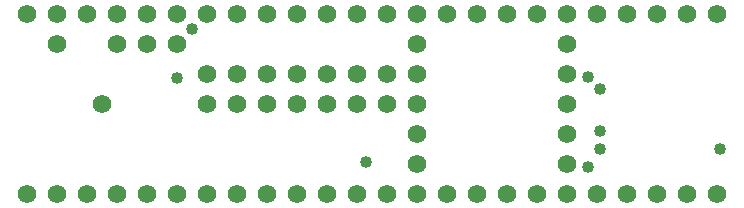
<source format=gts>
G04 DipTrace 3.0.0.2*
G04 Teensy-TC36--T3.2-Adapter.gts*
%MOIN*%
G04 #@! TF.FileFunction,Soldermask,Top*
G04 #@! TF.Part,Single*
%ADD16C,0.06194*%
%ADD17C,0.04*%
%FSLAX26Y26*%
G04*
G70*
G90*
G75*
G01*
G04 TopMask*
%LPD*%
D17*
X1573701Y548701D3*
X2313701Y833701D3*
Y533701D3*
X993701Y993701D3*
X943654Y828841D3*
X2353701Y593701D3*
X2753701D3*
X2353701Y793701D3*
Y653701D3*
D16*
X443701Y443701D3*
X543701D3*
X643701D3*
X743701D3*
X843701D3*
X943701D3*
X1043701D3*
X1143701D3*
X1243701D3*
X1343701D3*
X1443701D3*
X1543701D3*
X1643701D3*
X1743701D3*
X2243701Y543701D3*
Y643701D3*
Y743701D3*
Y843701D3*
X2043701Y1043701D3*
X1743701D3*
X1643701D3*
X1543701D3*
X1443701D3*
X1343701D3*
X1243701D3*
X1143701D3*
X1043701D3*
X943701D3*
X843701D3*
X743701D3*
X643701D3*
X543701D3*
X443701D3*
X543701Y943701D3*
X743701D3*
X843701D3*
X943701D3*
X2343701Y443701D3*
X2443701D3*
X2243701D3*
X2143701D3*
X2043701D3*
X1943701D3*
X2543701D3*
X2643701D3*
X2743701D3*
Y1043701D3*
X1843701Y443701D3*
X2643701Y1043701D3*
X1843701D3*
X2543701D3*
X2343701D3*
X2243701D3*
X2143701D3*
X2443701D3*
X1943701D3*
X2243701Y943701D3*
X1743701Y543701D3*
Y643701D3*
Y743701D3*
Y843701D3*
Y943701D3*
X1643701Y743701D3*
Y843701D3*
X1543701Y743701D3*
X1443701D3*
X1343701D3*
X1243701D3*
X1543701Y843701D3*
X1443701D3*
X1343701D3*
X1243701D3*
X1143701D3*
X1043701D3*
X1143701Y743701D3*
X1043701D3*
X693701D3*
M02*

</source>
